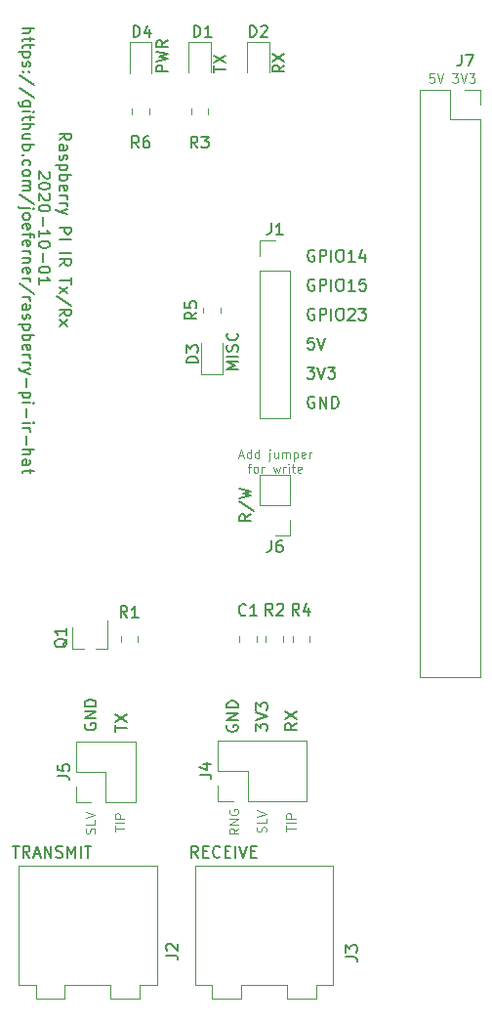
<source format=gto>
G04 #@! TF.GenerationSoftware,KiCad,Pcbnew,(5.1.7)-1*
G04 #@! TF.CreationDate,2020-10-01T12:01:24-04:00*
G04 #@! TF.ProjectId,raspberry-pi-ir-hat,72617370-6265-4727-9279-2d70692d6972,rev?*
G04 #@! TF.SameCoordinates,Original*
G04 #@! TF.FileFunction,Legend,Top*
G04 #@! TF.FilePolarity,Positive*
%FSLAX46Y46*%
G04 Gerber Fmt 4.6, Leading zero omitted, Abs format (unit mm)*
G04 Created by KiCad (PCBNEW (5.1.7)-1) date 2020-10-01 12:01:24*
%MOMM*%
%LPD*%
G01*
G04 APERTURE LIST*
%ADD10C,0.150000*%
%ADD11C,0.101600*%
%ADD12C,0.100000*%
%ADD13C,0.120000*%
G04 APERTURE END LIST*
D10*
X126552380Y-107664404D02*
X125552380Y-107664404D01*
X126266666Y-107331071D01*
X125552380Y-106997738D01*
X126552380Y-106997738D01*
X126552380Y-106521547D02*
X125552380Y-106521547D01*
X126504761Y-106092976D02*
X126552380Y-105950119D01*
X126552380Y-105712023D01*
X126504761Y-105616785D01*
X126457142Y-105569166D01*
X126361904Y-105521547D01*
X126266666Y-105521547D01*
X126171428Y-105569166D01*
X126123809Y-105616785D01*
X126076190Y-105712023D01*
X126028571Y-105902500D01*
X125980952Y-105997738D01*
X125933333Y-106045357D01*
X125838095Y-106092976D01*
X125742857Y-106092976D01*
X125647619Y-106045357D01*
X125600000Y-105997738D01*
X125552380Y-105902500D01*
X125552380Y-105664404D01*
X125600000Y-105521547D01*
X126457142Y-104521547D02*
X126504761Y-104569166D01*
X126552380Y-104712023D01*
X126552380Y-104807261D01*
X126504761Y-104950119D01*
X126409523Y-105045357D01*
X126314285Y-105092976D01*
X126123809Y-105140595D01*
X125980952Y-105140595D01*
X125790476Y-105092976D01*
X125695238Y-105045357D01*
X125600000Y-104950119D01*
X125552380Y-104807261D01*
X125552380Y-104712023D01*
X125600000Y-104569166D01*
X125647619Y-104521547D01*
X120452380Y-81864404D02*
X119452380Y-81864404D01*
X119452380Y-81483452D01*
X119500000Y-81388214D01*
X119547619Y-81340595D01*
X119642857Y-81292976D01*
X119785714Y-81292976D01*
X119880952Y-81340595D01*
X119928571Y-81388214D01*
X119976190Y-81483452D01*
X119976190Y-81864404D01*
X119452380Y-80959642D02*
X120452380Y-80721547D01*
X119738095Y-80531071D01*
X120452380Y-80340595D01*
X119452380Y-80102500D01*
X120452380Y-79150119D02*
X119976190Y-79483452D01*
X120452380Y-79721547D02*
X119452380Y-79721547D01*
X119452380Y-79340595D01*
X119500000Y-79245357D01*
X119547619Y-79197738D01*
X119642857Y-79150119D01*
X119785714Y-79150119D01*
X119880952Y-79197738D01*
X119928571Y-79245357D01*
X119976190Y-79340595D01*
X119976190Y-79721547D01*
X130552380Y-81292976D02*
X130076190Y-81626309D01*
X130552380Y-81864404D02*
X129552380Y-81864404D01*
X129552380Y-81483452D01*
X129600000Y-81388214D01*
X129647619Y-81340595D01*
X129742857Y-81292976D01*
X129885714Y-81292976D01*
X129980952Y-81340595D01*
X130028571Y-81388214D01*
X130076190Y-81483452D01*
X130076190Y-81864404D01*
X129552380Y-80959642D02*
X130552380Y-80292976D01*
X129552380Y-80292976D02*
X130552380Y-80959642D01*
X124452380Y-81907261D02*
X124452380Y-81335833D01*
X125452380Y-81621547D02*
X124452380Y-81621547D01*
X124452380Y-81097738D02*
X125452380Y-80431071D01*
X124452380Y-80431071D02*
X125452380Y-81097738D01*
X127672380Y-120215714D02*
X127196190Y-120549047D01*
X127672380Y-120787142D02*
X126672380Y-120787142D01*
X126672380Y-120406190D01*
X126720000Y-120310952D01*
X126767619Y-120263333D01*
X126862857Y-120215714D01*
X127005714Y-120215714D01*
X127100952Y-120263333D01*
X127148571Y-120310952D01*
X127196190Y-120406190D01*
X127196190Y-120787142D01*
X126624761Y-119072857D02*
X127910476Y-119930000D01*
X126672380Y-118834761D02*
X127672380Y-118596666D01*
X126958095Y-118406190D01*
X127672380Y-118215714D01*
X126672380Y-117977619D01*
D11*
X126657571Y-115124700D02*
X127020428Y-115124700D01*
X126585000Y-115342414D02*
X126839000Y-114580414D01*
X127093000Y-115342414D01*
X127673571Y-115342414D02*
X127673571Y-114580414D01*
X127673571Y-115306128D02*
X127601000Y-115342414D01*
X127455857Y-115342414D01*
X127383285Y-115306128D01*
X127347000Y-115269842D01*
X127310714Y-115197271D01*
X127310714Y-114979557D01*
X127347000Y-114906985D01*
X127383285Y-114870700D01*
X127455857Y-114834414D01*
X127601000Y-114834414D01*
X127673571Y-114870700D01*
X128363000Y-115342414D02*
X128363000Y-114580414D01*
X128363000Y-115306128D02*
X128290428Y-115342414D01*
X128145285Y-115342414D01*
X128072714Y-115306128D01*
X128036428Y-115269842D01*
X128000142Y-115197271D01*
X128000142Y-114979557D01*
X128036428Y-114906985D01*
X128072714Y-114870700D01*
X128145285Y-114834414D01*
X128290428Y-114834414D01*
X128363000Y-114870700D01*
X129306428Y-114834414D02*
X129306428Y-115487557D01*
X129270142Y-115560128D01*
X129197571Y-115596414D01*
X129161285Y-115596414D01*
X129306428Y-114580414D02*
X129270142Y-114616700D01*
X129306428Y-114652985D01*
X129342714Y-114616700D01*
X129306428Y-114580414D01*
X129306428Y-114652985D01*
X129995857Y-114834414D02*
X129995857Y-115342414D01*
X129669285Y-114834414D02*
X129669285Y-115233557D01*
X129705571Y-115306128D01*
X129778142Y-115342414D01*
X129887000Y-115342414D01*
X129959571Y-115306128D01*
X129995857Y-115269842D01*
X130358714Y-115342414D02*
X130358714Y-114834414D01*
X130358714Y-114906985D02*
X130395000Y-114870700D01*
X130467571Y-114834414D01*
X130576428Y-114834414D01*
X130649000Y-114870700D01*
X130685285Y-114943271D01*
X130685285Y-115342414D01*
X130685285Y-114943271D02*
X130721571Y-114870700D01*
X130794142Y-114834414D01*
X130903000Y-114834414D01*
X130975571Y-114870700D01*
X131011857Y-114943271D01*
X131011857Y-115342414D01*
X131374714Y-114834414D02*
X131374714Y-115596414D01*
X131374714Y-114870700D02*
X131447285Y-114834414D01*
X131592428Y-114834414D01*
X131665000Y-114870700D01*
X131701285Y-114906985D01*
X131737571Y-114979557D01*
X131737571Y-115197271D01*
X131701285Y-115269842D01*
X131665000Y-115306128D01*
X131592428Y-115342414D01*
X131447285Y-115342414D01*
X131374714Y-115306128D01*
X132354428Y-115306128D02*
X132281857Y-115342414D01*
X132136714Y-115342414D01*
X132064142Y-115306128D01*
X132027857Y-115233557D01*
X132027857Y-114943271D01*
X132064142Y-114870700D01*
X132136714Y-114834414D01*
X132281857Y-114834414D01*
X132354428Y-114870700D01*
X132390714Y-114943271D01*
X132390714Y-115015842D01*
X132027857Y-115088414D01*
X132717285Y-115342414D02*
X132717285Y-114834414D01*
X132717285Y-114979557D02*
X132753571Y-114906985D01*
X132789857Y-114870700D01*
X132862428Y-114834414D01*
X132935000Y-114834414D01*
X127383285Y-116079014D02*
X127673571Y-116079014D01*
X127492142Y-116587014D02*
X127492142Y-115933871D01*
X127528428Y-115861300D01*
X127601000Y-115825014D01*
X127673571Y-115825014D01*
X128036428Y-116587014D02*
X127963857Y-116550728D01*
X127927571Y-116514442D01*
X127891285Y-116441871D01*
X127891285Y-116224157D01*
X127927571Y-116151585D01*
X127963857Y-116115300D01*
X128036428Y-116079014D01*
X128145285Y-116079014D01*
X128217857Y-116115300D01*
X128254142Y-116151585D01*
X128290428Y-116224157D01*
X128290428Y-116441871D01*
X128254142Y-116514442D01*
X128217857Y-116550728D01*
X128145285Y-116587014D01*
X128036428Y-116587014D01*
X128617000Y-116587014D02*
X128617000Y-116079014D01*
X128617000Y-116224157D02*
X128653285Y-116151585D01*
X128689571Y-116115300D01*
X128762142Y-116079014D01*
X128834714Y-116079014D01*
X129596714Y-116079014D02*
X129741857Y-116587014D01*
X129887000Y-116224157D01*
X130032142Y-116587014D01*
X130177285Y-116079014D01*
X130467571Y-116587014D02*
X130467571Y-116079014D01*
X130467571Y-116224157D02*
X130503857Y-116151585D01*
X130540142Y-116115300D01*
X130612714Y-116079014D01*
X130685285Y-116079014D01*
X130939285Y-116587014D02*
X130939285Y-116079014D01*
X130939285Y-115825014D02*
X130903000Y-115861300D01*
X130939285Y-115897585D01*
X130975571Y-115861300D01*
X130939285Y-115825014D01*
X130939285Y-115897585D01*
X131193285Y-116079014D02*
X131483571Y-116079014D01*
X131302142Y-115825014D02*
X131302142Y-116478157D01*
X131338428Y-116550728D01*
X131411000Y-116587014D01*
X131483571Y-116587014D01*
X132027857Y-116550728D02*
X131955285Y-116587014D01*
X131810142Y-116587014D01*
X131737571Y-116550728D01*
X131701285Y-116478157D01*
X131701285Y-116187871D01*
X131737571Y-116115300D01*
X131810142Y-116079014D01*
X131955285Y-116079014D01*
X132027857Y-116115300D01*
X132064142Y-116187871D01*
X132064142Y-116260442D01*
X131701285Y-116333014D01*
D10*
X133159404Y-102420000D02*
X133064166Y-102372380D01*
X132921309Y-102372380D01*
X132778452Y-102420000D01*
X132683214Y-102515238D01*
X132635595Y-102610476D01*
X132587976Y-102800952D01*
X132587976Y-102943809D01*
X132635595Y-103134285D01*
X132683214Y-103229523D01*
X132778452Y-103324761D01*
X132921309Y-103372380D01*
X133016547Y-103372380D01*
X133159404Y-103324761D01*
X133207023Y-103277142D01*
X133207023Y-102943809D01*
X133016547Y-102943809D01*
X133635595Y-103372380D02*
X133635595Y-102372380D01*
X134016547Y-102372380D01*
X134111785Y-102420000D01*
X134159404Y-102467619D01*
X134207023Y-102562857D01*
X134207023Y-102705714D01*
X134159404Y-102800952D01*
X134111785Y-102848571D01*
X134016547Y-102896190D01*
X133635595Y-102896190D01*
X134635595Y-103372380D02*
X134635595Y-102372380D01*
X135302261Y-102372380D02*
X135492738Y-102372380D01*
X135587976Y-102420000D01*
X135683214Y-102515238D01*
X135730833Y-102705714D01*
X135730833Y-103039047D01*
X135683214Y-103229523D01*
X135587976Y-103324761D01*
X135492738Y-103372380D01*
X135302261Y-103372380D01*
X135207023Y-103324761D01*
X135111785Y-103229523D01*
X135064166Y-103039047D01*
X135064166Y-102705714D01*
X135111785Y-102515238D01*
X135207023Y-102420000D01*
X135302261Y-102372380D01*
X136111785Y-102467619D02*
X136159404Y-102420000D01*
X136254642Y-102372380D01*
X136492738Y-102372380D01*
X136587976Y-102420000D01*
X136635595Y-102467619D01*
X136683214Y-102562857D01*
X136683214Y-102658095D01*
X136635595Y-102800952D01*
X136064166Y-103372380D01*
X136683214Y-103372380D01*
X137016547Y-102372380D02*
X137635595Y-102372380D01*
X137302261Y-102753333D01*
X137445119Y-102753333D01*
X137540357Y-102800952D01*
X137587976Y-102848571D01*
X137635595Y-102943809D01*
X137635595Y-103181904D01*
X137587976Y-103277142D01*
X137540357Y-103324761D01*
X137445119Y-103372380D01*
X137159404Y-103372380D01*
X137064166Y-103324761D01*
X137016547Y-103277142D01*
D12*
X143538095Y-82011904D02*
X143157142Y-82011904D01*
X143119047Y-82392857D01*
X143157142Y-82354761D01*
X143233333Y-82316666D01*
X143423809Y-82316666D01*
X143500000Y-82354761D01*
X143538095Y-82392857D01*
X143576190Y-82469047D01*
X143576190Y-82659523D01*
X143538095Y-82735714D01*
X143500000Y-82773809D01*
X143423809Y-82811904D01*
X143233333Y-82811904D01*
X143157142Y-82773809D01*
X143119047Y-82735714D01*
X143804761Y-82011904D02*
X144071428Y-82811904D01*
X144338095Y-82011904D01*
X145138095Y-82011904D02*
X145633333Y-82011904D01*
X145366666Y-82316666D01*
X145480952Y-82316666D01*
X145557142Y-82354761D01*
X145595238Y-82392857D01*
X145633333Y-82469047D01*
X145633333Y-82659523D01*
X145595238Y-82735714D01*
X145557142Y-82773809D01*
X145480952Y-82811904D01*
X145252380Y-82811904D01*
X145176190Y-82773809D01*
X145138095Y-82735714D01*
X145861904Y-82011904D02*
X146128571Y-82811904D01*
X146395238Y-82011904D01*
X146585714Y-82011904D02*
X147080952Y-82011904D01*
X146814285Y-82316666D01*
X146928571Y-82316666D01*
X147004761Y-82354761D01*
X147042857Y-82392857D01*
X147080952Y-82469047D01*
X147080952Y-82659523D01*
X147042857Y-82735714D01*
X147004761Y-82773809D01*
X146928571Y-82811904D01*
X146700000Y-82811904D01*
X146623809Y-82773809D01*
X146585714Y-82735714D01*
X126590904Y-147410428D02*
X126209952Y-147677095D01*
X126590904Y-147867571D02*
X125790904Y-147867571D01*
X125790904Y-147562809D01*
X125829000Y-147486619D01*
X125867095Y-147448523D01*
X125943285Y-147410428D01*
X126057571Y-147410428D01*
X126133761Y-147448523D01*
X126171857Y-147486619D01*
X126209952Y-147562809D01*
X126209952Y-147867571D01*
X126590904Y-147067571D02*
X125790904Y-147067571D01*
X126590904Y-146610428D01*
X125790904Y-146610428D01*
X125829000Y-145810428D02*
X125790904Y-145886619D01*
X125790904Y-146000904D01*
X125829000Y-146115190D01*
X125905190Y-146191380D01*
X125981380Y-146229476D01*
X126133761Y-146267571D01*
X126248047Y-146267571D01*
X126400428Y-146229476D01*
X126476619Y-146191380D01*
X126552809Y-146115190D01*
X126590904Y-146000904D01*
X126590904Y-145924714D01*
X126552809Y-145810428D01*
X126514714Y-145772333D01*
X126248047Y-145772333D01*
X126248047Y-145924714D01*
X128965809Y-147734238D02*
X129003904Y-147619952D01*
X129003904Y-147429476D01*
X128965809Y-147353285D01*
X128927714Y-147315190D01*
X128851523Y-147277095D01*
X128775333Y-147277095D01*
X128699142Y-147315190D01*
X128661047Y-147353285D01*
X128622952Y-147429476D01*
X128584857Y-147581857D01*
X128546761Y-147658047D01*
X128508666Y-147696142D01*
X128432476Y-147734238D01*
X128356285Y-147734238D01*
X128280095Y-147696142D01*
X128242000Y-147658047D01*
X128203904Y-147581857D01*
X128203904Y-147391380D01*
X128242000Y-147277095D01*
X129003904Y-146553285D02*
X129003904Y-146934238D01*
X128203904Y-146934238D01*
X128203904Y-146400904D02*
X129003904Y-146134238D01*
X128203904Y-145867571D01*
X130743904Y-147658047D02*
X130743904Y-147200904D01*
X131543904Y-147429476D02*
X130743904Y-147429476D01*
X131543904Y-146934238D02*
X130743904Y-146934238D01*
X131543904Y-146553285D02*
X130743904Y-146553285D01*
X130743904Y-146248523D01*
X130782000Y-146172333D01*
X130820095Y-146134238D01*
X130896285Y-146096142D01*
X131010571Y-146096142D01*
X131086761Y-146134238D01*
X131124857Y-146172333D01*
X131162952Y-146248523D01*
X131162952Y-146553285D01*
X114101809Y-147861238D02*
X114139904Y-147746952D01*
X114139904Y-147556476D01*
X114101809Y-147480285D01*
X114063714Y-147442190D01*
X113987523Y-147404095D01*
X113911333Y-147404095D01*
X113835142Y-147442190D01*
X113797047Y-147480285D01*
X113758952Y-147556476D01*
X113720857Y-147708857D01*
X113682761Y-147785047D01*
X113644666Y-147823142D01*
X113568476Y-147861238D01*
X113492285Y-147861238D01*
X113416095Y-147823142D01*
X113378000Y-147785047D01*
X113339904Y-147708857D01*
X113339904Y-147518380D01*
X113378000Y-147404095D01*
X114139904Y-146680285D02*
X114139904Y-147061238D01*
X113339904Y-147061238D01*
X113339904Y-146527904D02*
X114139904Y-146261238D01*
X113339904Y-145994571D01*
X115879904Y-147658047D02*
X115879904Y-147200904D01*
X116679904Y-147429476D02*
X115879904Y-147429476D01*
X116679904Y-146934238D02*
X115879904Y-146934238D01*
X116679904Y-146553285D02*
X115879904Y-146553285D01*
X115879904Y-146248523D01*
X115918000Y-146172333D01*
X115956095Y-146134238D01*
X116032285Y-146096142D01*
X116146571Y-146096142D01*
X116222761Y-146134238D01*
X116260857Y-146172333D01*
X116298952Y-146248523D01*
X116298952Y-146553285D01*
D10*
X133159404Y-97340000D02*
X133064166Y-97292380D01*
X132921309Y-97292380D01*
X132778452Y-97340000D01*
X132683214Y-97435238D01*
X132635595Y-97530476D01*
X132587976Y-97720952D01*
X132587976Y-97863809D01*
X132635595Y-98054285D01*
X132683214Y-98149523D01*
X132778452Y-98244761D01*
X132921309Y-98292380D01*
X133016547Y-98292380D01*
X133159404Y-98244761D01*
X133207023Y-98197142D01*
X133207023Y-97863809D01*
X133016547Y-97863809D01*
X133635595Y-98292380D02*
X133635595Y-97292380D01*
X134016547Y-97292380D01*
X134111785Y-97340000D01*
X134159404Y-97387619D01*
X134207023Y-97482857D01*
X134207023Y-97625714D01*
X134159404Y-97720952D01*
X134111785Y-97768571D01*
X134016547Y-97816190D01*
X133635595Y-97816190D01*
X134635595Y-98292380D02*
X134635595Y-97292380D01*
X135302261Y-97292380D02*
X135492738Y-97292380D01*
X135587976Y-97340000D01*
X135683214Y-97435238D01*
X135730833Y-97625714D01*
X135730833Y-97959047D01*
X135683214Y-98149523D01*
X135587976Y-98244761D01*
X135492738Y-98292380D01*
X135302261Y-98292380D01*
X135207023Y-98244761D01*
X135111785Y-98149523D01*
X135064166Y-97959047D01*
X135064166Y-97625714D01*
X135111785Y-97435238D01*
X135207023Y-97340000D01*
X135302261Y-97292380D01*
X136683214Y-98292380D02*
X136111785Y-98292380D01*
X136397500Y-98292380D02*
X136397500Y-97292380D01*
X136302261Y-97435238D01*
X136207023Y-97530476D01*
X136111785Y-97578095D01*
X137540357Y-97625714D02*
X137540357Y-98292380D01*
X137302261Y-97244761D02*
X137064166Y-97959047D01*
X137683214Y-97959047D01*
X133159404Y-99880000D02*
X133064166Y-99832380D01*
X132921309Y-99832380D01*
X132778452Y-99880000D01*
X132683214Y-99975238D01*
X132635595Y-100070476D01*
X132587976Y-100260952D01*
X132587976Y-100403809D01*
X132635595Y-100594285D01*
X132683214Y-100689523D01*
X132778452Y-100784761D01*
X132921309Y-100832380D01*
X133016547Y-100832380D01*
X133159404Y-100784761D01*
X133207023Y-100737142D01*
X133207023Y-100403809D01*
X133016547Y-100403809D01*
X133635595Y-100832380D02*
X133635595Y-99832380D01*
X134016547Y-99832380D01*
X134111785Y-99880000D01*
X134159404Y-99927619D01*
X134207023Y-100022857D01*
X134207023Y-100165714D01*
X134159404Y-100260952D01*
X134111785Y-100308571D01*
X134016547Y-100356190D01*
X133635595Y-100356190D01*
X134635595Y-100832380D02*
X134635595Y-99832380D01*
X135302261Y-99832380D02*
X135492738Y-99832380D01*
X135587976Y-99880000D01*
X135683214Y-99975238D01*
X135730833Y-100165714D01*
X135730833Y-100499047D01*
X135683214Y-100689523D01*
X135587976Y-100784761D01*
X135492738Y-100832380D01*
X135302261Y-100832380D01*
X135207023Y-100784761D01*
X135111785Y-100689523D01*
X135064166Y-100499047D01*
X135064166Y-100165714D01*
X135111785Y-99975238D01*
X135207023Y-99880000D01*
X135302261Y-99832380D01*
X136683214Y-100832380D02*
X136111785Y-100832380D01*
X136397500Y-100832380D02*
X136397500Y-99832380D01*
X136302261Y-99975238D01*
X136207023Y-100070476D01*
X136111785Y-100118095D01*
X137587976Y-99832380D02*
X137111785Y-99832380D01*
X137064166Y-100308571D01*
X137111785Y-100260952D01*
X137207023Y-100213333D01*
X137445119Y-100213333D01*
X137540357Y-100260952D01*
X137587976Y-100308571D01*
X137635595Y-100403809D01*
X137635595Y-100641904D01*
X137587976Y-100737142D01*
X137540357Y-100784761D01*
X137445119Y-100832380D01*
X137207023Y-100832380D01*
X137111785Y-100784761D01*
X137064166Y-100737142D01*
X133111785Y-104912380D02*
X132635595Y-104912380D01*
X132587976Y-105388571D01*
X132635595Y-105340952D01*
X132730833Y-105293333D01*
X132968928Y-105293333D01*
X133064166Y-105340952D01*
X133111785Y-105388571D01*
X133159404Y-105483809D01*
X133159404Y-105721904D01*
X133111785Y-105817142D01*
X133064166Y-105864761D01*
X132968928Y-105912380D01*
X132730833Y-105912380D01*
X132635595Y-105864761D01*
X132587976Y-105817142D01*
X133445119Y-104912380D02*
X133778452Y-105912380D01*
X134111785Y-104912380D01*
X132540357Y-107452380D02*
X133159404Y-107452380D01*
X132826071Y-107833333D01*
X132968928Y-107833333D01*
X133064166Y-107880952D01*
X133111785Y-107928571D01*
X133159404Y-108023809D01*
X133159404Y-108261904D01*
X133111785Y-108357142D01*
X133064166Y-108404761D01*
X132968928Y-108452380D01*
X132683214Y-108452380D01*
X132587976Y-108404761D01*
X132540357Y-108357142D01*
X133445119Y-107452380D02*
X133778452Y-108452380D01*
X134111785Y-107452380D01*
X134349880Y-107452380D02*
X134968928Y-107452380D01*
X134635595Y-107833333D01*
X134778452Y-107833333D01*
X134873690Y-107880952D01*
X134921309Y-107928571D01*
X134968928Y-108023809D01*
X134968928Y-108261904D01*
X134921309Y-108357142D01*
X134873690Y-108404761D01*
X134778452Y-108452380D01*
X134492738Y-108452380D01*
X134397500Y-108404761D01*
X134349880Y-108357142D01*
X133159404Y-110040000D02*
X133064166Y-109992380D01*
X132921309Y-109992380D01*
X132778452Y-110040000D01*
X132683214Y-110135238D01*
X132635595Y-110230476D01*
X132587976Y-110420952D01*
X132587976Y-110563809D01*
X132635595Y-110754285D01*
X132683214Y-110849523D01*
X132778452Y-110944761D01*
X132921309Y-110992380D01*
X133016547Y-110992380D01*
X133159404Y-110944761D01*
X133207023Y-110897142D01*
X133207023Y-110563809D01*
X133016547Y-110563809D01*
X133635595Y-110992380D02*
X133635595Y-109992380D01*
X134207023Y-110992380D01*
X134207023Y-109992380D01*
X134683214Y-110992380D02*
X134683214Y-109992380D01*
X134921309Y-109992380D01*
X135064166Y-110040000D01*
X135159404Y-110135238D01*
X135207023Y-110230476D01*
X135254642Y-110420952D01*
X135254642Y-110563809D01*
X135207023Y-110754285D01*
X135159404Y-110849523D01*
X135064166Y-110944761D01*
X134921309Y-110992380D01*
X134683214Y-110992380D01*
X115897380Y-139026261D02*
X115897380Y-138454833D01*
X116897380Y-138740547D02*
X115897380Y-138740547D01*
X115897380Y-138216738D02*
X116897380Y-137550071D01*
X115897380Y-137550071D02*
X116897380Y-138216738D01*
X113278000Y-138359595D02*
X113230380Y-138454833D01*
X113230380Y-138597690D01*
X113278000Y-138740547D01*
X113373238Y-138835785D01*
X113468476Y-138883404D01*
X113658952Y-138931023D01*
X113801809Y-138931023D01*
X113992285Y-138883404D01*
X114087523Y-138835785D01*
X114182761Y-138740547D01*
X114230380Y-138597690D01*
X114230380Y-138502452D01*
X114182761Y-138359595D01*
X114135142Y-138311976D01*
X113801809Y-138311976D01*
X113801809Y-138502452D01*
X114230380Y-137883404D02*
X113230380Y-137883404D01*
X114230380Y-137311976D01*
X113230380Y-137311976D01*
X114230380Y-136835785D02*
X113230380Y-136835785D01*
X113230380Y-136597690D01*
X113278000Y-136454833D01*
X113373238Y-136359595D01*
X113468476Y-136311976D01*
X113658952Y-136264357D01*
X113801809Y-136264357D01*
X113992285Y-136311976D01*
X114087523Y-136359595D01*
X114182761Y-136454833D01*
X114230380Y-136597690D01*
X114230380Y-136835785D01*
X131634380Y-138311976D02*
X131158190Y-138645309D01*
X131634380Y-138883404D02*
X130634380Y-138883404D01*
X130634380Y-138502452D01*
X130682000Y-138407214D01*
X130729619Y-138359595D01*
X130824857Y-138311976D01*
X130967714Y-138311976D01*
X131062952Y-138359595D01*
X131110571Y-138407214D01*
X131158190Y-138502452D01*
X131158190Y-138883404D01*
X130634380Y-137978642D02*
X131634380Y-137311976D01*
X130634380Y-137311976D02*
X131634380Y-137978642D01*
X128094380Y-138978642D02*
X128094380Y-138359595D01*
X128475333Y-138692928D01*
X128475333Y-138550071D01*
X128522952Y-138454833D01*
X128570571Y-138407214D01*
X128665809Y-138359595D01*
X128903904Y-138359595D01*
X128999142Y-138407214D01*
X129046761Y-138454833D01*
X129094380Y-138550071D01*
X129094380Y-138835785D01*
X129046761Y-138931023D01*
X128999142Y-138978642D01*
X128094380Y-138073880D02*
X129094380Y-137740547D01*
X128094380Y-137407214D01*
X128094380Y-137169119D02*
X128094380Y-136550071D01*
X128475333Y-136883404D01*
X128475333Y-136740547D01*
X128522952Y-136645309D01*
X128570571Y-136597690D01*
X128665809Y-136550071D01*
X128903904Y-136550071D01*
X128999142Y-136597690D01*
X129046761Y-136645309D01*
X129094380Y-136740547D01*
X129094380Y-137026261D01*
X129046761Y-137121500D01*
X128999142Y-137169119D01*
X125602000Y-138486595D02*
X125554380Y-138581833D01*
X125554380Y-138724690D01*
X125602000Y-138867547D01*
X125697238Y-138962785D01*
X125792476Y-139010404D01*
X125982952Y-139058023D01*
X126125809Y-139058023D01*
X126316285Y-139010404D01*
X126411523Y-138962785D01*
X126506761Y-138867547D01*
X126554380Y-138724690D01*
X126554380Y-138629452D01*
X126506761Y-138486595D01*
X126459142Y-138438976D01*
X126125809Y-138438976D01*
X126125809Y-138629452D01*
X126554380Y-138010404D02*
X125554380Y-138010404D01*
X126554380Y-137438976D01*
X125554380Y-137438976D01*
X126554380Y-136962785D02*
X125554380Y-136962785D01*
X125554380Y-136724690D01*
X125602000Y-136581833D01*
X125697238Y-136486595D01*
X125792476Y-136438976D01*
X125982952Y-136391357D01*
X126125809Y-136391357D01*
X126316285Y-136438976D01*
X126411523Y-136486595D01*
X126506761Y-136581833D01*
X126554380Y-136724690D01*
X126554380Y-136962785D01*
X107847619Y-78085714D02*
X108847619Y-78085714D01*
X107847619Y-78514285D02*
X108371428Y-78514285D01*
X108466666Y-78466666D01*
X108514285Y-78371428D01*
X108514285Y-78228571D01*
X108466666Y-78133333D01*
X108419047Y-78085714D01*
X108514285Y-78847619D02*
X108514285Y-79228571D01*
X108847619Y-78990476D02*
X107990476Y-78990476D01*
X107895238Y-79038095D01*
X107847619Y-79133333D01*
X107847619Y-79228571D01*
X108514285Y-79419047D02*
X108514285Y-79800000D01*
X108847619Y-79561904D02*
X107990476Y-79561904D01*
X107895238Y-79609523D01*
X107847619Y-79704761D01*
X107847619Y-79800000D01*
X108514285Y-80133333D02*
X107514285Y-80133333D01*
X108466666Y-80133333D02*
X108514285Y-80228571D01*
X108514285Y-80419047D01*
X108466666Y-80514285D01*
X108419047Y-80561904D01*
X108323809Y-80609523D01*
X108038095Y-80609523D01*
X107942857Y-80561904D01*
X107895238Y-80514285D01*
X107847619Y-80419047D01*
X107847619Y-80228571D01*
X107895238Y-80133333D01*
X107895238Y-80990476D02*
X107847619Y-81085714D01*
X107847619Y-81276190D01*
X107895238Y-81371428D01*
X107990476Y-81419047D01*
X108038095Y-81419047D01*
X108133333Y-81371428D01*
X108180952Y-81276190D01*
X108180952Y-81133333D01*
X108228571Y-81038095D01*
X108323809Y-80990476D01*
X108371428Y-80990476D01*
X108466666Y-81038095D01*
X108514285Y-81133333D01*
X108514285Y-81276190D01*
X108466666Y-81371428D01*
X107942857Y-81847619D02*
X107895238Y-81895238D01*
X107847619Y-81847619D01*
X107895238Y-81800000D01*
X107942857Y-81847619D01*
X107847619Y-81847619D01*
X108466666Y-81847619D02*
X108419047Y-81895238D01*
X108371428Y-81847619D01*
X108419047Y-81800000D01*
X108466666Y-81847619D01*
X108371428Y-81847619D01*
X108895238Y-83038095D02*
X107609523Y-82180952D01*
X108895238Y-84085714D02*
X107609523Y-83228571D01*
X108514285Y-84847619D02*
X107704761Y-84847619D01*
X107609523Y-84800000D01*
X107561904Y-84752380D01*
X107514285Y-84657142D01*
X107514285Y-84514285D01*
X107561904Y-84419047D01*
X107895238Y-84847619D02*
X107847619Y-84752380D01*
X107847619Y-84561904D01*
X107895238Y-84466666D01*
X107942857Y-84419047D01*
X108038095Y-84371428D01*
X108323809Y-84371428D01*
X108419047Y-84419047D01*
X108466666Y-84466666D01*
X108514285Y-84561904D01*
X108514285Y-84752380D01*
X108466666Y-84847619D01*
X107847619Y-85323809D02*
X108514285Y-85323809D01*
X108847619Y-85323809D02*
X108800000Y-85276190D01*
X108752380Y-85323809D01*
X108800000Y-85371428D01*
X108847619Y-85323809D01*
X108752380Y-85323809D01*
X108514285Y-85657142D02*
X108514285Y-86038095D01*
X108847619Y-85800000D02*
X107990476Y-85800000D01*
X107895238Y-85847619D01*
X107847619Y-85942857D01*
X107847619Y-86038095D01*
X107847619Y-86371428D02*
X108847619Y-86371428D01*
X107847619Y-86800000D02*
X108371428Y-86800000D01*
X108466666Y-86752380D01*
X108514285Y-86657142D01*
X108514285Y-86514285D01*
X108466666Y-86419047D01*
X108419047Y-86371428D01*
X108514285Y-87704761D02*
X107847619Y-87704761D01*
X108514285Y-87276190D02*
X107990476Y-87276190D01*
X107895238Y-87323809D01*
X107847619Y-87419047D01*
X107847619Y-87561904D01*
X107895238Y-87657142D01*
X107942857Y-87704761D01*
X107847619Y-88180952D02*
X108847619Y-88180952D01*
X108466666Y-88180952D02*
X108514285Y-88276190D01*
X108514285Y-88466666D01*
X108466666Y-88561904D01*
X108419047Y-88609523D01*
X108323809Y-88657142D01*
X108038095Y-88657142D01*
X107942857Y-88609523D01*
X107895238Y-88561904D01*
X107847619Y-88466666D01*
X107847619Y-88276190D01*
X107895238Y-88180952D01*
X107942857Y-89085714D02*
X107895238Y-89133333D01*
X107847619Y-89085714D01*
X107895238Y-89038095D01*
X107942857Y-89085714D01*
X107847619Y-89085714D01*
X107895238Y-89990476D02*
X107847619Y-89895238D01*
X107847619Y-89704761D01*
X107895238Y-89609523D01*
X107942857Y-89561904D01*
X108038095Y-89514285D01*
X108323809Y-89514285D01*
X108419047Y-89561904D01*
X108466666Y-89609523D01*
X108514285Y-89704761D01*
X108514285Y-89895238D01*
X108466666Y-89990476D01*
X107847619Y-90561904D02*
X107895238Y-90466666D01*
X107942857Y-90419047D01*
X108038095Y-90371428D01*
X108323809Y-90371428D01*
X108419047Y-90419047D01*
X108466666Y-90466666D01*
X108514285Y-90561904D01*
X108514285Y-90704761D01*
X108466666Y-90800000D01*
X108419047Y-90847619D01*
X108323809Y-90895238D01*
X108038095Y-90895238D01*
X107942857Y-90847619D01*
X107895238Y-90800000D01*
X107847619Y-90704761D01*
X107847619Y-90561904D01*
X107847619Y-91323809D02*
X108514285Y-91323809D01*
X108419047Y-91323809D02*
X108466666Y-91371428D01*
X108514285Y-91466666D01*
X108514285Y-91609523D01*
X108466666Y-91704761D01*
X108371428Y-91752380D01*
X107847619Y-91752380D01*
X108371428Y-91752380D02*
X108466666Y-91800000D01*
X108514285Y-91895238D01*
X108514285Y-92038095D01*
X108466666Y-92133333D01*
X108371428Y-92180952D01*
X107847619Y-92180952D01*
X108895238Y-93371428D02*
X107609523Y-92514285D01*
X108514285Y-93704761D02*
X107657142Y-93704761D01*
X107561904Y-93657142D01*
X107514285Y-93561904D01*
X107514285Y-93514285D01*
X108847619Y-93704761D02*
X108800000Y-93657142D01*
X108752380Y-93704761D01*
X108800000Y-93752380D01*
X108847619Y-93704761D01*
X108752380Y-93704761D01*
X107847619Y-94323809D02*
X107895238Y-94228571D01*
X107942857Y-94180952D01*
X108038095Y-94133333D01*
X108323809Y-94133333D01*
X108419047Y-94180952D01*
X108466666Y-94228571D01*
X108514285Y-94323809D01*
X108514285Y-94466666D01*
X108466666Y-94561904D01*
X108419047Y-94609523D01*
X108323809Y-94657142D01*
X108038095Y-94657142D01*
X107942857Y-94609523D01*
X107895238Y-94561904D01*
X107847619Y-94466666D01*
X107847619Y-94323809D01*
X107895238Y-95466666D02*
X107847619Y-95371428D01*
X107847619Y-95180952D01*
X107895238Y-95085714D01*
X107990476Y-95038095D01*
X108371428Y-95038095D01*
X108466666Y-95085714D01*
X108514285Y-95180952D01*
X108514285Y-95371428D01*
X108466666Y-95466666D01*
X108371428Y-95514285D01*
X108276190Y-95514285D01*
X108180952Y-95038095D01*
X108514285Y-95800000D02*
X108514285Y-96180952D01*
X107847619Y-95942857D02*
X108704761Y-95942857D01*
X108800000Y-95990476D01*
X108847619Y-96085714D01*
X108847619Y-96180952D01*
X107895238Y-96895238D02*
X107847619Y-96800000D01*
X107847619Y-96609523D01*
X107895238Y-96514285D01*
X107990476Y-96466666D01*
X108371428Y-96466666D01*
X108466666Y-96514285D01*
X108514285Y-96609523D01*
X108514285Y-96800000D01*
X108466666Y-96895238D01*
X108371428Y-96942857D01*
X108276190Y-96942857D01*
X108180952Y-96466666D01*
X107847619Y-97371428D02*
X108514285Y-97371428D01*
X108323809Y-97371428D02*
X108419047Y-97419047D01*
X108466666Y-97466666D01*
X108514285Y-97561904D01*
X108514285Y-97657142D01*
X108514285Y-97990476D02*
X107847619Y-97990476D01*
X108419047Y-97990476D02*
X108466666Y-98038095D01*
X108514285Y-98133333D01*
X108514285Y-98276190D01*
X108466666Y-98371428D01*
X108371428Y-98419047D01*
X107847619Y-98419047D01*
X107895238Y-99276190D02*
X107847619Y-99180952D01*
X107847619Y-98990476D01*
X107895238Y-98895238D01*
X107990476Y-98847619D01*
X108371428Y-98847619D01*
X108466666Y-98895238D01*
X108514285Y-98990476D01*
X108514285Y-99180952D01*
X108466666Y-99276190D01*
X108371428Y-99323809D01*
X108276190Y-99323809D01*
X108180952Y-98847619D01*
X107847619Y-99752380D02*
X108514285Y-99752380D01*
X108323809Y-99752380D02*
X108419047Y-99800000D01*
X108466666Y-99847619D01*
X108514285Y-99942857D01*
X108514285Y-100038095D01*
X108895238Y-101085714D02*
X107609523Y-100228571D01*
X107847619Y-101419047D02*
X108514285Y-101419047D01*
X108323809Y-101419047D02*
X108419047Y-101466666D01*
X108466666Y-101514285D01*
X108514285Y-101609523D01*
X108514285Y-101704761D01*
X107847619Y-102466666D02*
X108371428Y-102466666D01*
X108466666Y-102419047D01*
X108514285Y-102323809D01*
X108514285Y-102133333D01*
X108466666Y-102038095D01*
X107895238Y-102466666D02*
X107847619Y-102371428D01*
X107847619Y-102133333D01*
X107895238Y-102038095D01*
X107990476Y-101990476D01*
X108085714Y-101990476D01*
X108180952Y-102038095D01*
X108228571Y-102133333D01*
X108228571Y-102371428D01*
X108276190Y-102466666D01*
X107895238Y-102895238D02*
X107847619Y-102990476D01*
X107847619Y-103180952D01*
X107895238Y-103276190D01*
X107990476Y-103323809D01*
X108038095Y-103323809D01*
X108133333Y-103276190D01*
X108180952Y-103180952D01*
X108180952Y-103038095D01*
X108228571Y-102942857D01*
X108323809Y-102895238D01*
X108371428Y-102895238D01*
X108466666Y-102942857D01*
X108514285Y-103038095D01*
X108514285Y-103180952D01*
X108466666Y-103276190D01*
X108514285Y-103752380D02*
X107514285Y-103752380D01*
X108466666Y-103752380D02*
X108514285Y-103847619D01*
X108514285Y-104038095D01*
X108466666Y-104133333D01*
X108419047Y-104180952D01*
X108323809Y-104228571D01*
X108038095Y-104228571D01*
X107942857Y-104180952D01*
X107895238Y-104133333D01*
X107847619Y-104038095D01*
X107847619Y-103847619D01*
X107895238Y-103752380D01*
X107847619Y-104657142D02*
X108847619Y-104657142D01*
X108466666Y-104657142D02*
X108514285Y-104752380D01*
X108514285Y-104942857D01*
X108466666Y-105038095D01*
X108419047Y-105085714D01*
X108323809Y-105133333D01*
X108038095Y-105133333D01*
X107942857Y-105085714D01*
X107895238Y-105038095D01*
X107847619Y-104942857D01*
X107847619Y-104752380D01*
X107895238Y-104657142D01*
X107895238Y-105942857D02*
X107847619Y-105847619D01*
X107847619Y-105657142D01*
X107895238Y-105561904D01*
X107990476Y-105514285D01*
X108371428Y-105514285D01*
X108466666Y-105561904D01*
X108514285Y-105657142D01*
X108514285Y-105847619D01*
X108466666Y-105942857D01*
X108371428Y-105990476D01*
X108276190Y-105990476D01*
X108180952Y-105514285D01*
X107847619Y-106419047D02*
X108514285Y-106419047D01*
X108323809Y-106419047D02*
X108419047Y-106466666D01*
X108466666Y-106514285D01*
X108514285Y-106609523D01*
X108514285Y-106704761D01*
X107847619Y-107038095D02*
X108514285Y-107038095D01*
X108323809Y-107038095D02*
X108419047Y-107085714D01*
X108466666Y-107133333D01*
X108514285Y-107228571D01*
X108514285Y-107323809D01*
X108514285Y-107561904D02*
X107847619Y-107800000D01*
X108514285Y-108038095D02*
X107847619Y-107800000D01*
X107609523Y-107704761D01*
X107561904Y-107657142D01*
X107514285Y-107561904D01*
X108228571Y-108419047D02*
X108228571Y-109180952D01*
X108514285Y-109657142D02*
X107514285Y-109657142D01*
X108466666Y-109657142D02*
X108514285Y-109752380D01*
X108514285Y-109942857D01*
X108466666Y-110038095D01*
X108419047Y-110085714D01*
X108323809Y-110133333D01*
X108038095Y-110133333D01*
X107942857Y-110085714D01*
X107895238Y-110038095D01*
X107847619Y-109942857D01*
X107847619Y-109752380D01*
X107895238Y-109657142D01*
X107847619Y-110561904D02*
X108514285Y-110561904D01*
X108847619Y-110561904D02*
X108800000Y-110514285D01*
X108752380Y-110561904D01*
X108800000Y-110609523D01*
X108847619Y-110561904D01*
X108752380Y-110561904D01*
X108228571Y-111038095D02*
X108228571Y-111800000D01*
X107847619Y-112276190D02*
X108514285Y-112276190D01*
X108847619Y-112276190D02*
X108800000Y-112228571D01*
X108752380Y-112276190D01*
X108800000Y-112323809D01*
X108847619Y-112276190D01*
X108752380Y-112276190D01*
X107847619Y-112752380D02*
X108514285Y-112752380D01*
X108323809Y-112752380D02*
X108419047Y-112800000D01*
X108466666Y-112847619D01*
X108514285Y-112942857D01*
X108514285Y-113038095D01*
X108228571Y-113371428D02*
X108228571Y-114133333D01*
X107847619Y-114609523D02*
X108847619Y-114609523D01*
X107847619Y-115038095D02*
X108371428Y-115038095D01*
X108466666Y-114990476D01*
X108514285Y-114895238D01*
X108514285Y-114752380D01*
X108466666Y-114657142D01*
X108419047Y-114609523D01*
X107847619Y-115942857D02*
X108371428Y-115942857D01*
X108466666Y-115895238D01*
X108514285Y-115800000D01*
X108514285Y-115609523D01*
X108466666Y-115514285D01*
X107895238Y-115942857D02*
X107847619Y-115847619D01*
X107847619Y-115609523D01*
X107895238Y-115514285D01*
X107990476Y-115466666D01*
X108085714Y-115466666D01*
X108180952Y-115514285D01*
X108228571Y-115609523D01*
X108228571Y-115847619D01*
X108276190Y-115942857D01*
X108514285Y-116276190D02*
X108514285Y-116657142D01*
X108847619Y-116419047D02*
X107990476Y-116419047D01*
X107895238Y-116466666D01*
X107847619Y-116561904D01*
X107847619Y-116657142D01*
X110152380Y-90542857D02*
X110200000Y-90590476D01*
X110247619Y-90685714D01*
X110247619Y-90923809D01*
X110200000Y-91019047D01*
X110152380Y-91066666D01*
X110057142Y-91114285D01*
X109961904Y-91114285D01*
X109819047Y-91066666D01*
X109247619Y-90495238D01*
X109247619Y-91114285D01*
X110247619Y-91733333D02*
X110247619Y-91828571D01*
X110200000Y-91923809D01*
X110152380Y-91971428D01*
X110057142Y-92019047D01*
X109866666Y-92066666D01*
X109628571Y-92066666D01*
X109438095Y-92019047D01*
X109342857Y-91971428D01*
X109295238Y-91923809D01*
X109247619Y-91828571D01*
X109247619Y-91733333D01*
X109295238Y-91638095D01*
X109342857Y-91590476D01*
X109438095Y-91542857D01*
X109628571Y-91495238D01*
X109866666Y-91495238D01*
X110057142Y-91542857D01*
X110152380Y-91590476D01*
X110200000Y-91638095D01*
X110247619Y-91733333D01*
X110152380Y-92447619D02*
X110200000Y-92495238D01*
X110247619Y-92590476D01*
X110247619Y-92828571D01*
X110200000Y-92923809D01*
X110152380Y-92971428D01*
X110057142Y-93019047D01*
X109961904Y-93019047D01*
X109819047Y-92971428D01*
X109247619Y-92400000D01*
X109247619Y-93019047D01*
X110247619Y-93638095D02*
X110247619Y-93733333D01*
X110200000Y-93828571D01*
X110152380Y-93876190D01*
X110057142Y-93923809D01*
X109866666Y-93971428D01*
X109628571Y-93971428D01*
X109438095Y-93923809D01*
X109342857Y-93876190D01*
X109295238Y-93828571D01*
X109247619Y-93733333D01*
X109247619Y-93638095D01*
X109295238Y-93542857D01*
X109342857Y-93495238D01*
X109438095Y-93447619D01*
X109628571Y-93400000D01*
X109866666Y-93400000D01*
X110057142Y-93447619D01*
X110152380Y-93495238D01*
X110200000Y-93542857D01*
X110247619Y-93638095D01*
X109628571Y-94400000D02*
X109628571Y-95161904D01*
X109247619Y-96161904D02*
X109247619Y-95590476D01*
X109247619Y-95876190D02*
X110247619Y-95876190D01*
X110104761Y-95780952D01*
X110009523Y-95685714D01*
X109961904Y-95590476D01*
X110247619Y-96780952D02*
X110247619Y-96876190D01*
X110200000Y-96971428D01*
X110152380Y-97019047D01*
X110057142Y-97066666D01*
X109866666Y-97114285D01*
X109628571Y-97114285D01*
X109438095Y-97066666D01*
X109342857Y-97019047D01*
X109295238Y-96971428D01*
X109247619Y-96876190D01*
X109247619Y-96780952D01*
X109295238Y-96685714D01*
X109342857Y-96638095D01*
X109438095Y-96590476D01*
X109628571Y-96542857D01*
X109866666Y-96542857D01*
X110057142Y-96590476D01*
X110152380Y-96638095D01*
X110200000Y-96685714D01*
X110247619Y-96780952D01*
X109628571Y-97542857D02*
X109628571Y-98304761D01*
X110247619Y-98971428D02*
X110247619Y-99066666D01*
X110200000Y-99161904D01*
X110152380Y-99209523D01*
X110057142Y-99257142D01*
X109866666Y-99304761D01*
X109628571Y-99304761D01*
X109438095Y-99257142D01*
X109342857Y-99209523D01*
X109295238Y-99161904D01*
X109247619Y-99066666D01*
X109247619Y-98971428D01*
X109295238Y-98876190D01*
X109342857Y-98828571D01*
X109438095Y-98780952D01*
X109628571Y-98733333D01*
X109866666Y-98733333D01*
X110057142Y-98780952D01*
X110152380Y-98828571D01*
X110200000Y-98876190D01*
X110247619Y-98971428D01*
X109247619Y-100257142D02*
X109247619Y-99685714D01*
X109247619Y-99971428D02*
X110247619Y-99971428D01*
X110104761Y-99876190D01*
X110009523Y-99780952D01*
X109961904Y-99685714D01*
X111047619Y-87785714D02*
X111523809Y-87452380D01*
X111047619Y-87214285D02*
X112047619Y-87214285D01*
X112047619Y-87595238D01*
X112000000Y-87690476D01*
X111952380Y-87738095D01*
X111857142Y-87785714D01*
X111714285Y-87785714D01*
X111619047Y-87738095D01*
X111571428Y-87690476D01*
X111523809Y-87595238D01*
X111523809Y-87214285D01*
X111047619Y-88642857D02*
X111571428Y-88642857D01*
X111666666Y-88595238D01*
X111714285Y-88500000D01*
X111714285Y-88309523D01*
X111666666Y-88214285D01*
X111095238Y-88642857D02*
X111047619Y-88547619D01*
X111047619Y-88309523D01*
X111095238Y-88214285D01*
X111190476Y-88166666D01*
X111285714Y-88166666D01*
X111380952Y-88214285D01*
X111428571Y-88309523D01*
X111428571Y-88547619D01*
X111476190Y-88642857D01*
X111095238Y-89071428D02*
X111047619Y-89166666D01*
X111047619Y-89357142D01*
X111095238Y-89452380D01*
X111190476Y-89500000D01*
X111238095Y-89500000D01*
X111333333Y-89452380D01*
X111380952Y-89357142D01*
X111380952Y-89214285D01*
X111428571Y-89119047D01*
X111523809Y-89071428D01*
X111571428Y-89071428D01*
X111666666Y-89119047D01*
X111714285Y-89214285D01*
X111714285Y-89357142D01*
X111666666Y-89452380D01*
X111714285Y-89928571D02*
X110714285Y-89928571D01*
X111666666Y-89928571D02*
X111714285Y-90023809D01*
X111714285Y-90214285D01*
X111666666Y-90309523D01*
X111619047Y-90357142D01*
X111523809Y-90404761D01*
X111238095Y-90404761D01*
X111142857Y-90357142D01*
X111095238Y-90309523D01*
X111047619Y-90214285D01*
X111047619Y-90023809D01*
X111095238Y-89928571D01*
X111047619Y-90833333D02*
X112047619Y-90833333D01*
X111666666Y-90833333D02*
X111714285Y-90928571D01*
X111714285Y-91119047D01*
X111666666Y-91214285D01*
X111619047Y-91261904D01*
X111523809Y-91309523D01*
X111238095Y-91309523D01*
X111142857Y-91261904D01*
X111095238Y-91214285D01*
X111047619Y-91119047D01*
X111047619Y-90928571D01*
X111095238Y-90833333D01*
X111095238Y-92119047D02*
X111047619Y-92023809D01*
X111047619Y-91833333D01*
X111095238Y-91738095D01*
X111190476Y-91690476D01*
X111571428Y-91690476D01*
X111666666Y-91738095D01*
X111714285Y-91833333D01*
X111714285Y-92023809D01*
X111666666Y-92119047D01*
X111571428Y-92166666D01*
X111476190Y-92166666D01*
X111380952Y-91690476D01*
X111047619Y-92595238D02*
X111714285Y-92595238D01*
X111523809Y-92595238D02*
X111619047Y-92642857D01*
X111666666Y-92690476D01*
X111714285Y-92785714D01*
X111714285Y-92880952D01*
X111047619Y-93214285D02*
X111714285Y-93214285D01*
X111523809Y-93214285D02*
X111619047Y-93261904D01*
X111666666Y-93309523D01*
X111714285Y-93404761D01*
X111714285Y-93500000D01*
X111714285Y-93738095D02*
X111047619Y-93976190D01*
X111714285Y-94214285D02*
X111047619Y-93976190D01*
X110809523Y-93880952D01*
X110761904Y-93833333D01*
X110714285Y-93738095D01*
X111047619Y-95357142D02*
X112047619Y-95357142D01*
X112047619Y-95738095D01*
X112000000Y-95833333D01*
X111952380Y-95880952D01*
X111857142Y-95928571D01*
X111714285Y-95928571D01*
X111619047Y-95880952D01*
X111571428Y-95833333D01*
X111523809Y-95738095D01*
X111523809Y-95357142D01*
X111047619Y-96357142D02*
X112047619Y-96357142D01*
X111047619Y-97595238D02*
X112047619Y-97595238D01*
X111047619Y-98642857D02*
X111523809Y-98309523D01*
X111047619Y-98071428D02*
X112047619Y-98071428D01*
X112047619Y-98452380D01*
X112000000Y-98547619D01*
X111952380Y-98595238D01*
X111857142Y-98642857D01*
X111714285Y-98642857D01*
X111619047Y-98595238D01*
X111571428Y-98547619D01*
X111523809Y-98452380D01*
X111523809Y-98071428D01*
X112047619Y-99690476D02*
X112047619Y-100261904D01*
X111047619Y-99976190D02*
X112047619Y-99976190D01*
X111047619Y-100500000D02*
X111714285Y-101023809D01*
X111714285Y-100500000D02*
X111047619Y-101023809D01*
X112095238Y-102119047D02*
X110809523Y-101261904D01*
X111047619Y-103023809D02*
X111523809Y-102690476D01*
X111047619Y-102452380D02*
X112047619Y-102452380D01*
X112047619Y-102833333D01*
X112000000Y-102928571D01*
X111952380Y-102976190D01*
X111857142Y-103023809D01*
X111714285Y-103023809D01*
X111619047Y-102976190D01*
X111571428Y-102928571D01*
X111523809Y-102833333D01*
X111523809Y-102452380D01*
X111047619Y-103357142D02*
X111714285Y-103880952D01*
X111714285Y-103357142D02*
X111047619Y-103880952D01*
X123085714Y-149952380D02*
X122752380Y-149476190D01*
X122514285Y-149952380D02*
X122514285Y-148952380D01*
X122895238Y-148952380D01*
X122990476Y-149000000D01*
X123038095Y-149047619D01*
X123085714Y-149142857D01*
X123085714Y-149285714D01*
X123038095Y-149380952D01*
X122990476Y-149428571D01*
X122895238Y-149476190D01*
X122514285Y-149476190D01*
X123514285Y-149428571D02*
X123847619Y-149428571D01*
X123990476Y-149952380D02*
X123514285Y-149952380D01*
X123514285Y-148952380D01*
X123990476Y-148952380D01*
X124990476Y-149857142D02*
X124942857Y-149904761D01*
X124800000Y-149952380D01*
X124704761Y-149952380D01*
X124561904Y-149904761D01*
X124466666Y-149809523D01*
X124419047Y-149714285D01*
X124371428Y-149523809D01*
X124371428Y-149380952D01*
X124419047Y-149190476D01*
X124466666Y-149095238D01*
X124561904Y-149000000D01*
X124704761Y-148952380D01*
X124800000Y-148952380D01*
X124942857Y-149000000D01*
X124990476Y-149047619D01*
X125419047Y-149428571D02*
X125752380Y-149428571D01*
X125895238Y-149952380D02*
X125419047Y-149952380D01*
X125419047Y-148952380D01*
X125895238Y-148952380D01*
X126323809Y-149952380D02*
X126323809Y-148952380D01*
X126657142Y-148952380D02*
X126990476Y-149952380D01*
X127323809Y-148952380D01*
X127657142Y-149428571D02*
X127990476Y-149428571D01*
X128133333Y-149952380D02*
X127657142Y-149952380D01*
X127657142Y-148952380D01*
X128133333Y-148952380D01*
X106995238Y-148952380D02*
X107566666Y-148952380D01*
X107280952Y-149952380D02*
X107280952Y-148952380D01*
X108471428Y-149952380D02*
X108138095Y-149476190D01*
X107900000Y-149952380D02*
X107900000Y-148952380D01*
X108280952Y-148952380D01*
X108376190Y-149000000D01*
X108423809Y-149047619D01*
X108471428Y-149142857D01*
X108471428Y-149285714D01*
X108423809Y-149380952D01*
X108376190Y-149428571D01*
X108280952Y-149476190D01*
X107900000Y-149476190D01*
X108852380Y-149666666D02*
X109328571Y-149666666D01*
X108757142Y-149952380D02*
X109090476Y-148952380D01*
X109423809Y-149952380D01*
X109757142Y-149952380D02*
X109757142Y-148952380D01*
X110328571Y-149952380D01*
X110328571Y-148952380D01*
X110757142Y-149904761D02*
X110900000Y-149952380D01*
X111138095Y-149952380D01*
X111233333Y-149904761D01*
X111280952Y-149857142D01*
X111328571Y-149761904D01*
X111328571Y-149666666D01*
X111280952Y-149571428D01*
X111233333Y-149523809D01*
X111138095Y-149476190D01*
X110947619Y-149428571D01*
X110852380Y-149380952D01*
X110804761Y-149333333D01*
X110757142Y-149238095D01*
X110757142Y-149142857D01*
X110804761Y-149047619D01*
X110852380Y-149000000D01*
X110947619Y-148952380D01*
X111185714Y-148952380D01*
X111328571Y-149000000D01*
X111757142Y-149952380D02*
X111757142Y-148952380D01*
X112090476Y-149666666D01*
X112423809Y-148952380D01*
X112423809Y-149952380D01*
X112900000Y-149952380D02*
X112900000Y-148952380D01*
X113233333Y-148952380D02*
X113804761Y-148952380D01*
X113519047Y-149952380D02*
X113519047Y-148952380D01*
D13*
G04 #@! TO.C,J7*
X142330000Y-83410000D02*
X144930000Y-83410000D01*
X142330000Y-83410000D02*
X142330000Y-134330000D01*
X142330000Y-134330000D02*
X147530000Y-134330000D01*
X147530000Y-86010000D02*
X147530000Y-134330000D01*
X144930000Y-86010000D02*
X147530000Y-86010000D01*
X144930000Y-83410000D02*
X144930000Y-86010000D01*
X147530000Y-83410000D02*
X147530000Y-84740000D01*
X146200000Y-83410000D02*
X147530000Y-83410000D01*
G04 #@! TO.C,J6*
X131090000Y-116830000D02*
X128430000Y-116830000D01*
X131090000Y-119430000D02*
X131090000Y-116830000D01*
X128430000Y-119430000D02*
X128430000Y-116830000D01*
X131090000Y-119430000D02*
X128430000Y-119430000D01*
X131090000Y-120700000D02*
X131090000Y-122030000D01*
X131090000Y-122030000D02*
X129760000Y-122030000D01*
G04 #@! TO.C,J3*
X124300000Y-161000000D02*
X122800000Y-161000000D01*
X124300000Y-162200000D02*
X124300000Y-161000000D01*
X126800000Y-162200000D02*
X124300000Y-162200000D01*
X126800000Y-161000000D02*
X126800000Y-162200000D01*
X130800000Y-161000000D02*
X126800000Y-161000000D01*
X130800000Y-162200000D02*
X130800000Y-161000000D01*
X133300000Y-162200000D02*
X130800000Y-162200000D01*
X133300000Y-161000000D02*
X133300000Y-162200000D01*
X134800000Y-161000000D02*
X133300000Y-161000000D01*
X134800000Y-150700000D02*
X134800000Y-161000000D01*
X122800000Y-150700000D02*
X134800000Y-150700000D01*
X122800000Y-161000000D02*
X122800000Y-150700000D01*
G04 #@! TO.C,R5*
X125005000Y-102312936D02*
X125005000Y-102767064D01*
X123535000Y-102312936D02*
X123535000Y-102767064D01*
G04 #@! TO.C,R4*
X131265000Y-131227064D02*
X131265000Y-130772936D01*
X132735000Y-131227064D02*
X132735000Y-130772936D01*
G04 #@! TO.C,R3*
X122465000Y-85527064D02*
X122465000Y-85072936D01*
X123935000Y-85527064D02*
X123935000Y-85072936D01*
G04 #@! TO.C,R2*
X128961000Y-131227064D02*
X128961000Y-130772936D01*
X130431000Y-131227064D02*
X130431000Y-130772936D01*
G04 #@! TO.C,R1*
X116365000Y-131227064D02*
X116365000Y-130772936D01*
X117835000Y-131227064D02*
X117835000Y-130772936D01*
G04 #@! TO.C,J2*
X109000000Y-161000000D02*
X107500000Y-161000000D01*
X109000000Y-162200000D02*
X109000000Y-161000000D01*
X111500000Y-162200000D02*
X109000000Y-162200000D01*
X111500000Y-161000000D02*
X111500000Y-162200000D01*
X115500000Y-161000000D02*
X111500000Y-161000000D01*
X115500000Y-162200000D02*
X115500000Y-161000000D01*
X118000000Y-162200000D02*
X115500000Y-162200000D01*
X118000000Y-161000000D02*
X118000000Y-162200000D01*
X119500000Y-161000000D02*
X118000000Y-161000000D01*
X119500000Y-150700000D02*
X119500000Y-161000000D01*
X107500000Y-150700000D02*
X119500000Y-150700000D01*
X107500000Y-161000000D02*
X107500000Y-150700000D01*
G04 #@! TO.C,D3*
X123310000Y-105350000D02*
X123310000Y-108035000D01*
X123310000Y-108035000D02*
X125230000Y-108035000D01*
X125230000Y-108035000D02*
X125230000Y-105350000D01*
G04 #@! TO.C,D2*
X129260000Y-81937500D02*
X129260000Y-79252500D01*
X129260000Y-79252500D02*
X127340000Y-79252500D01*
X127340000Y-79252500D02*
X127340000Y-81937500D01*
G04 #@! TO.C,D1*
X124160000Y-81937500D02*
X124160000Y-79252500D01*
X124160000Y-79252500D02*
X122240000Y-79252500D01*
X122240000Y-79252500D02*
X122240000Y-81937500D01*
G04 #@! TO.C,C1*
X128135000Y-130738748D02*
X128135000Y-131261252D01*
X126665000Y-130738748D02*
X126665000Y-131261252D01*
G04 #@! TO.C,D4*
X119060000Y-81962500D02*
X119060000Y-79277500D01*
X119060000Y-79277500D02*
X117140000Y-79277500D01*
X117140000Y-79277500D02*
X117140000Y-81962500D01*
G04 #@! TO.C,R6*
X117365000Y-85527064D02*
X117365000Y-85072936D01*
X118835000Y-85527064D02*
X118835000Y-85072936D01*
G04 #@! TO.C,Q1*
X113200000Y-131850000D02*
X112150000Y-131850000D01*
X112150000Y-131850000D02*
X112150000Y-130000000D01*
X115200000Y-131850000D02*
X114200000Y-131850000D01*
X115210000Y-131830000D02*
X115210000Y-129400000D01*
G04 #@! TO.C,J1*
X128430000Y-111870000D02*
X131090000Y-111870000D01*
X128430000Y-99110000D02*
X128430000Y-111870000D01*
X131090000Y-99110000D02*
X131090000Y-111870000D01*
X128430000Y-99110000D02*
X131090000Y-99110000D01*
X128430000Y-97840000D02*
X128430000Y-96510000D01*
X128430000Y-96510000D02*
X129760000Y-96510000D01*
G04 #@! TO.C,J4*
X132510000Y-145030000D02*
X132510000Y-139830000D01*
X127370000Y-145030000D02*
X132510000Y-145030000D01*
X124770000Y-139830000D02*
X132510000Y-139830000D01*
X127370000Y-145030000D02*
X127370000Y-142430000D01*
X127370000Y-142430000D02*
X124770000Y-142430000D01*
X124770000Y-142430000D02*
X124770000Y-139830000D01*
X126100000Y-145030000D02*
X124770000Y-145030000D01*
X124770000Y-145030000D02*
X124770000Y-143700000D01*
G04 #@! TO.C,J5*
X117670000Y-145130000D02*
X117670000Y-139930000D01*
X115070000Y-145130000D02*
X117670000Y-145130000D01*
X112470000Y-139930000D02*
X117670000Y-139930000D01*
X115070000Y-145130000D02*
X115070000Y-142530000D01*
X115070000Y-142530000D02*
X112470000Y-142530000D01*
X112470000Y-142530000D02*
X112470000Y-139930000D01*
X113800000Y-145130000D02*
X112470000Y-145130000D01*
X112470000Y-145130000D02*
X112470000Y-143800000D01*
G04 #@! TO.C,J7*
D10*
X145916666Y-80352380D02*
X145916666Y-81066666D01*
X145869047Y-81209523D01*
X145773809Y-81304761D01*
X145630952Y-81352380D01*
X145535714Y-81352380D01*
X146297619Y-80352380D02*
X146964285Y-80352380D01*
X146535714Y-81352380D01*
G04 #@! TO.C,J6*
X129426666Y-122482380D02*
X129426666Y-123196666D01*
X129379047Y-123339523D01*
X129283809Y-123434761D01*
X129140952Y-123482380D01*
X129045714Y-123482380D01*
X130331428Y-122482380D02*
X130140952Y-122482380D01*
X130045714Y-122530000D01*
X129998095Y-122577619D01*
X129902857Y-122720476D01*
X129855238Y-122910952D01*
X129855238Y-123291904D01*
X129902857Y-123387142D01*
X129950476Y-123434761D01*
X130045714Y-123482380D01*
X130236190Y-123482380D01*
X130331428Y-123434761D01*
X130379047Y-123387142D01*
X130426666Y-123291904D01*
X130426666Y-123053809D01*
X130379047Y-122958571D01*
X130331428Y-122910952D01*
X130236190Y-122863333D01*
X130045714Y-122863333D01*
X129950476Y-122910952D01*
X129902857Y-122958571D01*
X129855238Y-123053809D01*
G04 #@! TO.C,J3*
X135872380Y-158541333D02*
X136586666Y-158541333D01*
X136729523Y-158588952D01*
X136824761Y-158684190D01*
X136872380Y-158827047D01*
X136872380Y-158922285D01*
X135872380Y-158160380D02*
X135872380Y-157541333D01*
X136253333Y-157874666D01*
X136253333Y-157731809D01*
X136300952Y-157636571D01*
X136348571Y-157588952D01*
X136443809Y-157541333D01*
X136681904Y-157541333D01*
X136777142Y-157588952D01*
X136824761Y-157636571D01*
X136872380Y-157731809D01*
X136872380Y-158017523D01*
X136824761Y-158112761D01*
X136777142Y-158160380D01*
G04 #@! TO.C,R5*
X122944380Y-102706666D02*
X122468190Y-103040000D01*
X122944380Y-103278095D02*
X121944380Y-103278095D01*
X121944380Y-102897142D01*
X121992000Y-102801904D01*
X122039619Y-102754285D01*
X122134857Y-102706666D01*
X122277714Y-102706666D01*
X122372952Y-102754285D01*
X122420571Y-102801904D01*
X122468190Y-102897142D01*
X122468190Y-103278095D01*
X121944380Y-101801904D02*
X121944380Y-102278095D01*
X122420571Y-102325714D01*
X122372952Y-102278095D01*
X122325333Y-102182857D01*
X122325333Y-101944761D01*
X122372952Y-101849523D01*
X122420571Y-101801904D01*
X122515809Y-101754285D01*
X122753904Y-101754285D01*
X122849142Y-101801904D01*
X122896761Y-101849523D01*
X122944380Y-101944761D01*
X122944380Y-102182857D01*
X122896761Y-102278095D01*
X122849142Y-102325714D01*
G04 #@! TO.C,R4*
X131833333Y-128952380D02*
X131500000Y-128476190D01*
X131261904Y-128952380D02*
X131261904Y-127952380D01*
X131642857Y-127952380D01*
X131738095Y-128000000D01*
X131785714Y-128047619D01*
X131833333Y-128142857D01*
X131833333Y-128285714D01*
X131785714Y-128380952D01*
X131738095Y-128428571D01*
X131642857Y-128476190D01*
X131261904Y-128476190D01*
X132690476Y-128285714D02*
X132690476Y-128952380D01*
X132452380Y-127904761D02*
X132214285Y-128619047D01*
X132833333Y-128619047D01*
G04 #@! TO.C,R3*
X123033333Y-88467880D02*
X122700000Y-87991690D01*
X122461904Y-88467880D02*
X122461904Y-87467880D01*
X122842857Y-87467880D01*
X122938095Y-87515500D01*
X122985714Y-87563119D01*
X123033333Y-87658357D01*
X123033333Y-87801214D01*
X122985714Y-87896452D01*
X122938095Y-87944071D01*
X122842857Y-87991690D01*
X122461904Y-87991690D01*
X123366666Y-87467880D02*
X123985714Y-87467880D01*
X123652380Y-87848833D01*
X123795238Y-87848833D01*
X123890476Y-87896452D01*
X123938095Y-87944071D01*
X123985714Y-88039309D01*
X123985714Y-88277404D01*
X123938095Y-88372642D01*
X123890476Y-88420261D01*
X123795238Y-88467880D01*
X123509523Y-88467880D01*
X123414285Y-88420261D01*
X123366666Y-88372642D01*
G04 #@! TO.C,R2*
X129533333Y-128952380D02*
X129200000Y-128476190D01*
X128961904Y-128952380D02*
X128961904Y-127952380D01*
X129342857Y-127952380D01*
X129438095Y-128000000D01*
X129485714Y-128047619D01*
X129533333Y-128142857D01*
X129533333Y-128285714D01*
X129485714Y-128380952D01*
X129438095Y-128428571D01*
X129342857Y-128476190D01*
X128961904Y-128476190D01*
X129914285Y-128047619D02*
X129961904Y-128000000D01*
X130057142Y-127952380D01*
X130295238Y-127952380D01*
X130390476Y-128000000D01*
X130438095Y-128047619D01*
X130485714Y-128142857D01*
X130485714Y-128238095D01*
X130438095Y-128380952D01*
X129866666Y-128952380D01*
X130485714Y-128952380D01*
G04 #@! TO.C,R1*
X116933333Y-129162380D02*
X116600000Y-128686190D01*
X116361904Y-129162380D02*
X116361904Y-128162380D01*
X116742857Y-128162380D01*
X116838095Y-128210000D01*
X116885714Y-128257619D01*
X116933333Y-128352857D01*
X116933333Y-128495714D01*
X116885714Y-128590952D01*
X116838095Y-128638571D01*
X116742857Y-128686190D01*
X116361904Y-128686190D01*
X117885714Y-129162380D02*
X117314285Y-129162380D01*
X117600000Y-129162380D02*
X117600000Y-128162380D01*
X117504761Y-128305238D01*
X117409523Y-128400476D01*
X117314285Y-128448095D01*
G04 #@! TO.C,J2*
X120318380Y-158414333D02*
X121032666Y-158414333D01*
X121175523Y-158461952D01*
X121270761Y-158557190D01*
X121318380Y-158700047D01*
X121318380Y-158795285D01*
X120413619Y-157985761D02*
X120366000Y-157938142D01*
X120318380Y-157842904D01*
X120318380Y-157604809D01*
X120366000Y-157509571D01*
X120413619Y-157461952D01*
X120508857Y-157414333D01*
X120604095Y-157414333D01*
X120746952Y-157461952D01*
X121318380Y-158033380D01*
X121318380Y-157414333D01*
G04 #@! TO.C,D3*
X123072380Y-107088095D02*
X122072380Y-107088095D01*
X122072380Y-106850000D01*
X122120000Y-106707142D01*
X122215238Y-106611904D01*
X122310476Y-106564285D01*
X122500952Y-106516666D01*
X122643809Y-106516666D01*
X122834285Y-106564285D01*
X122929523Y-106611904D01*
X123024761Y-106707142D01*
X123072380Y-106850000D01*
X123072380Y-107088095D01*
X122072380Y-106183333D02*
X122072380Y-105564285D01*
X122453333Y-105897619D01*
X122453333Y-105754761D01*
X122500952Y-105659523D01*
X122548571Y-105611904D01*
X122643809Y-105564285D01*
X122881904Y-105564285D01*
X122977142Y-105611904D01*
X123024761Y-105659523D01*
X123072380Y-105754761D01*
X123072380Y-106040476D01*
X123024761Y-106135714D01*
X122977142Y-106183333D01*
G04 #@! TO.C,D2*
X127561904Y-78849880D02*
X127561904Y-77849880D01*
X127800000Y-77849880D01*
X127942857Y-77897500D01*
X128038095Y-77992738D01*
X128085714Y-78087976D01*
X128133333Y-78278452D01*
X128133333Y-78421309D01*
X128085714Y-78611785D01*
X128038095Y-78707023D01*
X127942857Y-78802261D01*
X127800000Y-78849880D01*
X127561904Y-78849880D01*
X128514285Y-77945119D02*
X128561904Y-77897500D01*
X128657142Y-77849880D01*
X128895238Y-77849880D01*
X128990476Y-77897500D01*
X129038095Y-77945119D01*
X129085714Y-78040357D01*
X129085714Y-78135595D01*
X129038095Y-78278452D01*
X128466666Y-78849880D01*
X129085714Y-78849880D01*
G04 #@! TO.C,D1*
X122715904Y-78849880D02*
X122715904Y-77849880D01*
X122954000Y-77849880D01*
X123096857Y-77897500D01*
X123192095Y-77992738D01*
X123239714Y-78087976D01*
X123287333Y-78278452D01*
X123287333Y-78421309D01*
X123239714Y-78611785D01*
X123192095Y-78707023D01*
X123096857Y-78802261D01*
X122954000Y-78849880D01*
X122715904Y-78849880D01*
X124239714Y-78849880D02*
X123668285Y-78849880D01*
X123954000Y-78849880D02*
X123954000Y-77849880D01*
X123858761Y-77992738D01*
X123763523Y-78087976D01*
X123668285Y-78135595D01*
G04 #@! TO.C,C1*
X127233333Y-128895642D02*
X127185714Y-128943261D01*
X127042857Y-128990880D01*
X126947619Y-128990880D01*
X126804761Y-128943261D01*
X126709523Y-128848023D01*
X126661904Y-128752785D01*
X126614285Y-128562309D01*
X126614285Y-128419452D01*
X126661904Y-128228976D01*
X126709523Y-128133738D01*
X126804761Y-128038500D01*
X126947619Y-127990880D01*
X127042857Y-127990880D01*
X127185714Y-128038500D01*
X127233333Y-128086119D01*
X128185714Y-128990880D02*
X127614285Y-128990880D01*
X127900000Y-128990880D02*
X127900000Y-127990880D01*
X127804761Y-128133738D01*
X127709523Y-128228976D01*
X127614285Y-128276595D01*
G04 #@! TO.C,D4*
X117461904Y-78852380D02*
X117461904Y-77852380D01*
X117700000Y-77852380D01*
X117842857Y-77900000D01*
X117938095Y-77995238D01*
X117985714Y-78090476D01*
X118033333Y-78280952D01*
X118033333Y-78423809D01*
X117985714Y-78614285D01*
X117938095Y-78709523D01*
X117842857Y-78804761D01*
X117700000Y-78852380D01*
X117461904Y-78852380D01*
X118890476Y-78185714D02*
X118890476Y-78852380D01*
X118652380Y-77804761D02*
X118414285Y-78519047D01*
X119033333Y-78519047D01*
G04 #@! TO.C,R6*
X117933333Y-88452380D02*
X117600000Y-87976190D01*
X117361904Y-88452380D02*
X117361904Y-87452380D01*
X117742857Y-87452380D01*
X117838095Y-87500000D01*
X117885714Y-87547619D01*
X117933333Y-87642857D01*
X117933333Y-87785714D01*
X117885714Y-87880952D01*
X117838095Y-87928571D01*
X117742857Y-87976190D01*
X117361904Y-87976190D01*
X118790476Y-87452380D02*
X118600000Y-87452380D01*
X118504761Y-87500000D01*
X118457142Y-87547619D01*
X118361904Y-87690476D01*
X118314285Y-87880952D01*
X118314285Y-88261904D01*
X118361904Y-88357142D01*
X118409523Y-88404761D01*
X118504761Y-88452380D01*
X118695238Y-88452380D01*
X118790476Y-88404761D01*
X118838095Y-88357142D01*
X118885714Y-88261904D01*
X118885714Y-88023809D01*
X118838095Y-87928571D01*
X118790476Y-87880952D01*
X118695238Y-87833333D01*
X118504761Y-87833333D01*
X118409523Y-87880952D01*
X118361904Y-87928571D01*
X118314285Y-88023809D01*
G04 #@! TO.C,Q1*
X111747619Y-130995238D02*
X111700000Y-131090476D01*
X111604761Y-131185714D01*
X111461904Y-131328571D01*
X111414285Y-131423809D01*
X111414285Y-131519047D01*
X111652380Y-131471428D02*
X111604761Y-131566666D01*
X111509523Y-131661904D01*
X111319047Y-131709523D01*
X110985714Y-131709523D01*
X110795238Y-131661904D01*
X110700000Y-131566666D01*
X110652380Y-131471428D01*
X110652380Y-131280952D01*
X110700000Y-131185714D01*
X110795238Y-131090476D01*
X110985714Y-131042857D01*
X111319047Y-131042857D01*
X111509523Y-131090476D01*
X111604761Y-131185714D01*
X111652380Y-131280952D01*
X111652380Y-131471428D01*
X111652380Y-130090476D02*
X111652380Y-130661904D01*
X111652380Y-130376190D02*
X110652380Y-130376190D01*
X110795238Y-130471428D01*
X110890476Y-130566666D01*
X110938095Y-130661904D01*
G04 #@! TO.C,J1*
X129426666Y-94962380D02*
X129426666Y-95676666D01*
X129379047Y-95819523D01*
X129283809Y-95914761D01*
X129140952Y-95962380D01*
X129045714Y-95962380D01*
X130426666Y-95962380D02*
X129855238Y-95962380D01*
X130140952Y-95962380D02*
X130140952Y-94962380D01*
X130045714Y-95105238D01*
X129950476Y-95200476D01*
X129855238Y-95248095D01*
G04 #@! TO.C,J4*
X123222380Y-142763333D02*
X123936666Y-142763333D01*
X124079523Y-142810952D01*
X124174761Y-142906190D01*
X124222380Y-143049047D01*
X124222380Y-143144285D01*
X123555714Y-141858571D02*
X124222380Y-141858571D01*
X123174761Y-142096666D02*
X123889047Y-142334761D01*
X123889047Y-141715714D01*
G04 #@! TO.C,J5*
X110922380Y-142863333D02*
X111636666Y-142863333D01*
X111779523Y-142910952D01*
X111874761Y-143006190D01*
X111922380Y-143149047D01*
X111922380Y-143244285D01*
X110922380Y-141910952D02*
X110922380Y-142387142D01*
X111398571Y-142434761D01*
X111350952Y-142387142D01*
X111303333Y-142291904D01*
X111303333Y-142053809D01*
X111350952Y-141958571D01*
X111398571Y-141910952D01*
X111493809Y-141863333D01*
X111731904Y-141863333D01*
X111827142Y-141910952D01*
X111874761Y-141958571D01*
X111922380Y-142053809D01*
X111922380Y-142291904D01*
X111874761Y-142387142D01*
X111827142Y-142434761D01*
G04 #@! TD*
M02*

</source>
